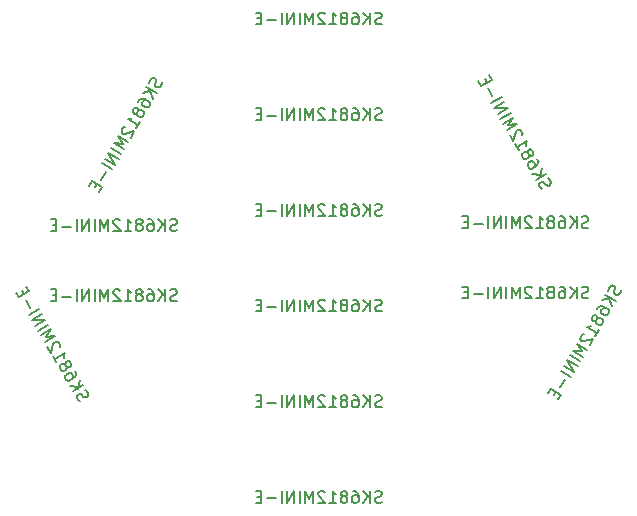
<source format=gbr>
%TF.GenerationSoftware,KiCad,Pcbnew,8.0.8*%
%TF.CreationDate,2025-04-07T13:28:21-04:00*%
%TF.ProjectId,pcb_tile_game_tile_aoa,7063625f-7469-46c6-955f-67616d655f74,1.0*%
%TF.SameCoordinates,Original*%
%TF.FileFunction,AssemblyDrawing,Bot*%
%FSLAX46Y46*%
G04 Gerber Fmt 4.6, Leading zero omitted, Abs format (unit mm)*
G04 Created by KiCad (PCBNEW 8.0.8) date 2025-04-07 13:28:21*
%MOMM*%
%LPD*%
G01*
G04 APERTURE LIST*
%ADD10C,0.150000*%
G04 APERTURE END LIST*
D10*
X145293332Y-96099104D02*
X145150475Y-96146723D01*
X145150475Y-96146723D02*
X144912380Y-96146723D01*
X144912380Y-96146723D02*
X144817142Y-96099104D01*
X144817142Y-96099104D02*
X144769523Y-96051484D01*
X144769523Y-96051484D02*
X144721904Y-95956246D01*
X144721904Y-95956246D02*
X144721904Y-95861008D01*
X144721904Y-95861008D02*
X144769523Y-95765770D01*
X144769523Y-95765770D02*
X144817142Y-95718151D01*
X144817142Y-95718151D02*
X144912380Y-95670532D01*
X144912380Y-95670532D02*
X145102856Y-95622913D01*
X145102856Y-95622913D02*
X145198094Y-95575294D01*
X145198094Y-95575294D02*
X145245713Y-95527675D01*
X145245713Y-95527675D02*
X145293332Y-95432437D01*
X145293332Y-95432437D02*
X145293332Y-95337199D01*
X145293332Y-95337199D02*
X145245713Y-95241961D01*
X145245713Y-95241961D02*
X145198094Y-95194342D01*
X145198094Y-95194342D02*
X145102856Y-95146723D01*
X145102856Y-95146723D02*
X144864761Y-95146723D01*
X144864761Y-95146723D02*
X144721904Y-95194342D01*
X144293332Y-96146723D02*
X144293332Y-95146723D01*
X143721904Y-96146723D02*
X144150475Y-95575294D01*
X143721904Y-95146723D02*
X144293332Y-95718151D01*
X142864761Y-95146723D02*
X143055237Y-95146723D01*
X143055237Y-95146723D02*
X143150475Y-95194342D01*
X143150475Y-95194342D02*
X143198094Y-95241961D01*
X143198094Y-95241961D02*
X143293332Y-95384818D01*
X143293332Y-95384818D02*
X143340951Y-95575294D01*
X143340951Y-95575294D02*
X143340951Y-95956246D01*
X143340951Y-95956246D02*
X143293332Y-96051484D01*
X143293332Y-96051484D02*
X143245713Y-96099104D01*
X143245713Y-96099104D02*
X143150475Y-96146723D01*
X143150475Y-96146723D02*
X142959999Y-96146723D01*
X142959999Y-96146723D02*
X142864761Y-96099104D01*
X142864761Y-96099104D02*
X142817142Y-96051484D01*
X142817142Y-96051484D02*
X142769523Y-95956246D01*
X142769523Y-95956246D02*
X142769523Y-95718151D01*
X142769523Y-95718151D02*
X142817142Y-95622913D01*
X142817142Y-95622913D02*
X142864761Y-95575294D01*
X142864761Y-95575294D02*
X142959999Y-95527675D01*
X142959999Y-95527675D02*
X143150475Y-95527675D01*
X143150475Y-95527675D02*
X143245713Y-95575294D01*
X143245713Y-95575294D02*
X143293332Y-95622913D01*
X143293332Y-95622913D02*
X143340951Y-95718151D01*
X142198094Y-95575294D02*
X142293332Y-95527675D01*
X142293332Y-95527675D02*
X142340951Y-95480056D01*
X142340951Y-95480056D02*
X142388570Y-95384818D01*
X142388570Y-95384818D02*
X142388570Y-95337199D01*
X142388570Y-95337199D02*
X142340951Y-95241961D01*
X142340951Y-95241961D02*
X142293332Y-95194342D01*
X142293332Y-95194342D02*
X142198094Y-95146723D01*
X142198094Y-95146723D02*
X142007618Y-95146723D01*
X142007618Y-95146723D02*
X141912380Y-95194342D01*
X141912380Y-95194342D02*
X141864761Y-95241961D01*
X141864761Y-95241961D02*
X141817142Y-95337199D01*
X141817142Y-95337199D02*
X141817142Y-95384818D01*
X141817142Y-95384818D02*
X141864761Y-95480056D01*
X141864761Y-95480056D02*
X141912380Y-95527675D01*
X141912380Y-95527675D02*
X142007618Y-95575294D01*
X142007618Y-95575294D02*
X142198094Y-95575294D01*
X142198094Y-95575294D02*
X142293332Y-95622913D01*
X142293332Y-95622913D02*
X142340951Y-95670532D01*
X142340951Y-95670532D02*
X142388570Y-95765770D01*
X142388570Y-95765770D02*
X142388570Y-95956246D01*
X142388570Y-95956246D02*
X142340951Y-96051484D01*
X142340951Y-96051484D02*
X142293332Y-96099104D01*
X142293332Y-96099104D02*
X142198094Y-96146723D01*
X142198094Y-96146723D02*
X142007618Y-96146723D01*
X142007618Y-96146723D02*
X141912380Y-96099104D01*
X141912380Y-96099104D02*
X141864761Y-96051484D01*
X141864761Y-96051484D02*
X141817142Y-95956246D01*
X141817142Y-95956246D02*
X141817142Y-95765770D01*
X141817142Y-95765770D02*
X141864761Y-95670532D01*
X141864761Y-95670532D02*
X141912380Y-95622913D01*
X141912380Y-95622913D02*
X142007618Y-95575294D01*
X140864761Y-96146723D02*
X141436189Y-96146723D01*
X141150475Y-96146723D02*
X141150475Y-95146723D01*
X141150475Y-95146723D02*
X141245713Y-95289580D01*
X141245713Y-95289580D02*
X141340951Y-95384818D01*
X141340951Y-95384818D02*
X141436189Y-95432437D01*
X140483808Y-95241961D02*
X140436189Y-95194342D01*
X140436189Y-95194342D02*
X140340951Y-95146723D01*
X140340951Y-95146723D02*
X140102856Y-95146723D01*
X140102856Y-95146723D02*
X140007618Y-95194342D01*
X140007618Y-95194342D02*
X139959999Y-95241961D01*
X139959999Y-95241961D02*
X139912380Y-95337199D01*
X139912380Y-95337199D02*
X139912380Y-95432437D01*
X139912380Y-95432437D02*
X139959999Y-95575294D01*
X139959999Y-95575294D02*
X140531427Y-96146723D01*
X140531427Y-96146723D02*
X139912380Y-96146723D01*
X139483808Y-96146723D02*
X139483808Y-95146723D01*
X139483808Y-95146723D02*
X139150475Y-95861008D01*
X139150475Y-95861008D02*
X138817142Y-95146723D01*
X138817142Y-95146723D02*
X138817142Y-96146723D01*
X138340951Y-96146723D02*
X138340951Y-95146723D01*
X137864761Y-96146723D02*
X137864761Y-95146723D01*
X137864761Y-95146723D02*
X137293333Y-96146723D01*
X137293333Y-96146723D02*
X137293333Y-95146723D01*
X136817142Y-96146723D02*
X136817142Y-95146723D01*
X136340952Y-95765770D02*
X135579048Y-95765770D01*
X135102857Y-95622913D02*
X134769524Y-95622913D01*
X134626667Y-96146723D02*
X135102857Y-96146723D01*
X135102857Y-96146723D02*
X135102857Y-95146723D01*
X135102857Y-95146723D02*
X134626667Y-95146723D01*
X127943332Y-87129104D02*
X127800475Y-87176723D01*
X127800475Y-87176723D02*
X127562380Y-87176723D01*
X127562380Y-87176723D02*
X127467142Y-87129104D01*
X127467142Y-87129104D02*
X127419523Y-87081484D01*
X127419523Y-87081484D02*
X127371904Y-86986246D01*
X127371904Y-86986246D02*
X127371904Y-86891008D01*
X127371904Y-86891008D02*
X127419523Y-86795770D01*
X127419523Y-86795770D02*
X127467142Y-86748151D01*
X127467142Y-86748151D02*
X127562380Y-86700532D01*
X127562380Y-86700532D02*
X127752856Y-86652913D01*
X127752856Y-86652913D02*
X127848094Y-86605294D01*
X127848094Y-86605294D02*
X127895713Y-86557675D01*
X127895713Y-86557675D02*
X127943332Y-86462437D01*
X127943332Y-86462437D02*
X127943332Y-86367199D01*
X127943332Y-86367199D02*
X127895713Y-86271961D01*
X127895713Y-86271961D02*
X127848094Y-86224342D01*
X127848094Y-86224342D02*
X127752856Y-86176723D01*
X127752856Y-86176723D02*
X127514761Y-86176723D01*
X127514761Y-86176723D02*
X127371904Y-86224342D01*
X126943332Y-87176723D02*
X126943332Y-86176723D01*
X126371904Y-87176723D02*
X126800475Y-86605294D01*
X126371904Y-86176723D02*
X126943332Y-86748151D01*
X125514761Y-86176723D02*
X125705237Y-86176723D01*
X125705237Y-86176723D02*
X125800475Y-86224342D01*
X125800475Y-86224342D02*
X125848094Y-86271961D01*
X125848094Y-86271961D02*
X125943332Y-86414818D01*
X125943332Y-86414818D02*
X125990951Y-86605294D01*
X125990951Y-86605294D02*
X125990951Y-86986246D01*
X125990951Y-86986246D02*
X125943332Y-87081484D01*
X125943332Y-87081484D02*
X125895713Y-87129104D01*
X125895713Y-87129104D02*
X125800475Y-87176723D01*
X125800475Y-87176723D02*
X125609999Y-87176723D01*
X125609999Y-87176723D02*
X125514761Y-87129104D01*
X125514761Y-87129104D02*
X125467142Y-87081484D01*
X125467142Y-87081484D02*
X125419523Y-86986246D01*
X125419523Y-86986246D02*
X125419523Y-86748151D01*
X125419523Y-86748151D02*
X125467142Y-86652913D01*
X125467142Y-86652913D02*
X125514761Y-86605294D01*
X125514761Y-86605294D02*
X125609999Y-86557675D01*
X125609999Y-86557675D02*
X125800475Y-86557675D01*
X125800475Y-86557675D02*
X125895713Y-86605294D01*
X125895713Y-86605294D02*
X125943332Y-86652913D01*
X125943332Y-86652913D02*
X125990951Y-86748151D01*
X124848094Y-86605294D02*
X124943332Y-86557675D01*
X124943332Y-86557675D02*
X124990951Y-86510056D01*
X124990951Y-86510056D02*
X125038570Y-86414818D01*
X125038570Y-86414818D02*
X125038570Y-86367199D01*
X125038570Y-86367199D02*
X124990951Y-86271961D01*
X124990951Y-86271961D02*
X124943332Y-86224342D01*
X124943332Y-86224342D02*
X124848094Y-86176723D01*
X124848094Y-86176723D02*
X124657618Y-86176723D01*
X124657618Y-86176723D02*
X124562380Y-86224342D01*
X124562380Y-86224342D02*
X124514761Y-86271961D01*
X124514761Y-86271961D02*
X124467142Y-86367199D01*
X124467142Y-86367199D02*
X124467142Y-86414818D01*
X124467142Y-86414818D02*
X124514761Y-86510056D01*
X124514761Y-86510056D02*
X124562380Y-86557675D01*
X124562380Y-86557675D02*
X124657618Y-86605294D01*
X124657618Y-86605294D02*
X124848094Y-86605294D01*
X124848094Y-86605294D02*
X124943332Y-86652913D01*
X124943332Y-86652913D02*
X124990951Y-86700532D01*
X124990951Y-86700532D02*
X125038570Y-86795770D01*
X125038570Y-86795770D02*
X125038570Y-86986246D01*
X125038570Y-86986246D02*
X124990951Y-87081484D01*
X124990951Y-87081484D02*
X124943332Y-87129104D01*
X124943332Y-87129104D02*
X124848094Y-87176723D01*
X124848094Y-87176723D02*
X124657618Y-87176723D01*
X124657618Y-87176723D02*
X124562380Y-87129104D01*
X124562380Y-87129104D02*
X124514761Y-87081484D01*
X124514761Y-87081484D02*
X124467142Y-86986246D01*
X124467142Y-86986246D02*
X124467142Y-86795770D01*
X124467142Y-86795770D02*
X124514761Y-86700532D01*
X124514761Y-86700532D02*
X124562380Y-86652913D01*
X124562380Y-86652913D02*
X124657618Y-86605294D01*
X123514761Y-87176723D02*
X124086189Y-87176723D01*
X123800475Y-87176723D02*
X123800475Y-86176723D01*
X123800475Y-86176723D02*
X123895713Y-86319580D01*
X123895713Y-86319580D02*
X123990951Y-86414818D01*
X123990951Y-86414818D02*
X124086189Y-86462437D01*
X123133808Y-86271961D02*
X123086189Y-86224342D01*
X123086189Y-86224342D02*
X122990951Y-86176723D01*
X122990951Y-86176723D02*
X122752856Y-86176723D01*
X122752856Y-86176723D02*
X122657618Y-86224342D01*
X122657618Y-86224342D02*
X122609999Y-86271961D01*
X122609999Y-86271961D02*
X122562380Y-86367199D01*
X122562380Y-86367199D02*
X122562380Y-86462437D01*
X122562380Y-86462437D02*
X122609999Y-86605294D01*
X122609999Y-86605294D02*
X123181427Y-87176723D01*
X123181427Y-87176723D02*
X122562380Y-87176723D01*
X122133808Y-87176723D02*
X122133808Y-86176723D01*
X122133808Y-86176723D02*
X121800475Y-86891008D01*
X121800475Y-86891008D02*
X121467142Y-86176723D01*
X121467142Y-86176723D02*
X121467142Y-87176723D01*
X120990951Y-87176723D02*
X120990951Y-86176723D01*
X120514761Y-87176723D02*
X120514761Y-86176723D01*
X120514761Y-86176723D02*
X119943333Y-87176723D01*
X119943333Y-87176723D02*
X119943333Y-86176723D01*
X119467142Y-87176723D02*
X119467142Y-86176723D01*
X118990952Y-86795770D02*
X118229048Y-86795770D01*
X117752857Y-86652913D02*
X117419524Y-86652913D01*
X117276667Y-87176723D02*
X117752857Y-87176723D01*
X117752857Y-87176723D02*
X117752857Y-86176723D01*
X117752857Y-86176723D02*
X117276667Y-86176723D01*
X158857123Y-77716686D02*
X158744455Y-77616778D01*
X158744455Y-77616778D02*
X158625408Y-77410581D01*
X158625408Y-77410581D02*
X158619028Y-77304293D01*
X158619028Y-77304293D02*
X158636458Y-77239244D01*
X158636458Y-77239244D02*
X158695127Y-77150386D01*
X158695127Y-77150386D02*
X158777606Y-77102767D01*
X158777606Y-77102767D02*
X158883894Y-77096387D01*
X158883894Y-77096387D02*
X158948943Y-77113817D01*
X158948943Y-77113817D02*
X159037801Y-77172486D01*
X159037801Y-77172486D02*
X159174278Y-77313634D01*
X159174278Y-77313634D02*
X159263137Y-77372303D01*
X159263137Y-77372303D02*
X159328185Y-77389733D01*
X159328185Y-77389733D02*
X159434474Y-77383353D01*
X159434474Y-77383353D02*
X159516952Y-77335734D01*
X159516952Y-77335734D02*
X159575621Y-77246875D01*
X159575621Y-77246875D02*
X159593051Y-77181827D01*
X159593051Y-77181827D02*
X159586671Y-77075539D01*
X159586671Y-77075539D02*
X159467624Y-76869342D01*
X159467624Y-76869342D02*
X159354956Y-76769434D01*
X158315884Y-76874470D02*
X159181909Y-76374470D01*
X158030170Y-76379599D02*
X158739327Y-76465038D01*
X158896195Y-75879599D02*
X158687038Y-76660185D01*
X158467624Y-75137291D02*
X158562862Y-75302248D01*
X158562862Y-75302248D02*
X158569242Y-75408536D01*
X158569242Y-75408536D02*
X158551812Y-75473585D01*
X158551812Y-75473585D02*
X158475713Y-75627492D01*
X158475713Y-75627492D02*
X158334565Y-75763970D01*
X158334565Y-75763970D02*
X158004651Y-75954446D01*
X158004651Y-75954446D02*
X157898363Y-75960826D01*
X157898363Y-75960826D02*
X157833314Y-75943396D01*
X157833314Y-75943396D02*
X157744455Y-75884727D01*
X157744455Y-75884727D02*
X157649217Y-75719770D01*
X157649217Y-75719770D02*
X157642838Y-75613482D01*
X157642838Y-75613482D02*
X157660267Y-75548433D01*
X157660267Y-75548433D02*
X157718936Y-75459574D01*
X157718936Y-75459574D02*
X157925133Y-75340527D01*
X157925133Y-75340527D02*
X158031421Y-75334147D01*
X158031421Y-75334147D02*
X158096470Y-75351577D01*
X158096470Y-75351577D02*
X158185328Y-75410246D01*
X158185328Y-75410246D02*
X158280566Y-75575203D01*
X158280566Y-75575203D02*
X158286946Y-75681491D01*
X158286946Y-75681491D02*
X158269516Y-75746540D01*
X158269516Y-75746540D02*
X158210847Y-75835398D01*
X157763137Y-74774227D02*
X157851995Y-74832896D01*
X157851995Y-74832896D02*
X157917044Y-74850325D01*
X157917044Y-74850325D02*
X158023332Y-74843946D01*
X158023332Y-74843946D02*
X158064571Y-74820136D01*
X158064571Y-74820136D02*
X158123240Y-74731278D01*
X158123240Y-74731278D02*
X158140670Y-74666229D01*
X158140670Y-74666229D02*
X158134290Y-74559941D01*
X158134290Y-74559941D02*
X158039052Y-74394984D01*
X158039052Y-74394984D02*
X157950194Y-74336315D01*
X157950194Y-74336315D02*
X157885145Y-74318885D01*
X157885145Y-74318885D02*
X157778857Y-74325264D01*
X157778857Y-74325264D02*
X157737618Y-74349074D01*
X157737618Y-74349074D02*
X157678949Y-74437932D01*
X157678949Y-74437932D02*
X157661519Y-74502981D01*
X157661519Y-74502981D02*
X157667899Y-74609269D01*
X157667899Y-74609269D02*
X157763137Y-74774227D01*
X157763137Y-74774227D02*
X157769516Y-74880515D01*
X157769516Y-74880515D02*
X157752087Y-74945563D01*
X157752087Y-74945563D02*
X157693417Y-75034422D01*
X157693417Y-75034422D02*
X157528460Y-75129660D01*
X157528460Y-75129660D02*
X157422172Y-75136040D01*
X157422172Y-75136040D02*
X157357123Y-75118610D01*
X157357123Y-75118610D02*
X157268265Y-75059941D01*
X157268265Y-75059941D02*
X157173027Y-74894984D01*
X157173027Y-74894984D02*
X157166647Y-74788695D01*
X157166647Y-74788695D02*
X157184077Y-74723647D01*
X157184077Y-74723647D02*
X157242746Y-74634788D01*
X157242746Y-74634788D02*
X157407703Y-74539550D01*
X157407703Y-74539550D02*
X157513991Y-74533170D01*
X157513991Y-74533170D02*
X157579040Y-74550600D01*
X157579040Y-74550600D02*
X157667899Y-74609269D01*
X156601598Y-73905240D02*
X156887313Y-74400112D01*
X156744455Y-74152676D02*
X157610481Y-73652676D01*
X157610481Y-73652676D02*
X157534382Y-73806583D01*
X157534382Y-73806583D02*
X157499522Y-73936681D01*
X157499522Y-73936681D02*
X157505902Y-74042969D01*
X157194669Y-73122945D02*
X157212099Y-73057896D01*
X157212099Y-73057896D02*
X157205719Y-72951608D01*
X157205719Y-72951608D02*
X157086671Y-72745411D01*
X157086671Y-72745411D02*
X156997813Y-72686742D01*
X156997813Y-72686742D02*
X156932764Y-72669312D01*
X156932764Y-72669312D02*
X156826476Y-72675692D01*
X156826476Y-72675692D02*
X156743997Y-72723311D01*
X156743997Y-72723311D02*
X156644089Y-72835979D01*
X156644089Y-72835979D02*
X156434932Y-73616565D01*
X156434932Y-73616565D02*
X156125408Y-73080454D01*
X155911122Y-72709300D02*
X156777147Y-72209300D01*
X156777147Y-72209300D02*
X155991891Y-72277768D01*
X155991891Y-72277768D02*
X156443814Y-71631950D01*
X156443814Y-71631950D02*
X155577789Y-72131950D01*
X155339694Y-71719557D02*
X156205719Y-71219557D01*
X155101599Y-71307164D02*
X155967624Y-70807164D01*
X155967624Y-70807164D02*
X154815884Y-70812293D01*
X154815884Y-70812293D02*
X155681910Y-70312293D01*
X154577789Y-70399900D02*
X155443814Y-69899900D01*
X154669608Y-69797031D02*
X154288656Y-69137202D01*
X154174279Y-68653381D02*
X154007612Y-68364706D01*
X153482551Y-68502892D02*
X153720647Y-68915285D01*
X153720647Y-68915285D02*
X154586672Y-68415285D01*
X154586672Y-68415285D02*
X154348577Y-68002892D01*
X145293332Y-71799104D02*
X145150475Y-71846723D01*
X145150475Y-71846723D02*
X144912380Y-71846723D01*
X144912380Y-71846723D02*
X144817142Y-71799104D01*
X144817142Y-71799104D02*
X144769523Y-71751484D01*
X144769523Y-71751484D02*
X144721904Y-71656246D01*
X144721904Y-71656246D02*
X144721904Y-71561008D01*
X144721904Y-71561008D02*
X144769523Y-71465770D01*
X144769523Y-71465770D02*
X144817142Y-71418151D01*
X144817142Y-71418151D02*
X144912380Y-71370532D01*
X144912380Y-71370532D02*
X145102856Y-71322913D01*
X145102856Y-71322913D02*
X145198094Y-71275294D01*
X145198094Y-71275294D02*
X145245713Y-71227675D01*
X145245713Y-71227675D02*
X145293332Y-71132437D01*
X145293332Y-71132437D02*
X145293332Y-71037199D01*
X145293332Y-71037199D02*
X145245713Y-70941961D01*
X145245713Y-70941961D02*
X145198094Y-70894342D01*
X145198094Y-70894342D02*
X145102856Y-70846723D01*
X145102856Y-70846723D02*
X144864761Y-70846723D01*
X144864761Y-70846723D02*
X144721904Y-70894342D01*
X144293332Y-71846723D02*
X144293332Y-70846723D01*
X143721904Y-71846723D02*
X144150475Y-71275294D01*
X143721904Y-70846723D02*
X144293332Y-71418151D01*
X142864761Y-70846723D02*
X143055237Y-70846723D01*
X143055237Y-70846723D02*
X143150475Y-70894342D01*
X143150475Y-70894342D02*
X143198094Y-70941961D01*
X143198094Y-70941961D02*
X143293332Y-71084818D01*
X143293332Y-71084818D02*
X143340951Y-71275294D01*
X143340951Y-71275294D02*
X143340951Y-71656246D01*
X143340951Y-71656246D02*
X143293332Y-71751484D01*
X143293332Y-71751484D02*
X143245713Y-71799104D01*
X143245713Y-71799104D02*
X143150475Y-71846723D01*
X143150475Y-71846723D02*
X142959999Y-71846723D01*
X142959999Y-71846723D02*
X142864761Y-71799104D01*
X142864761Y-71799104D02*
X142817142Y-71751484D01*
X142817142Y-71751484D02*
X142769523Y-71656246D01*
X142769523Y-71656246D02*
X142769523Y-71418151D01*
X142769523Y-71418151D02*
X142817142Y-71322913D01*
X142817142Y-71322913D02*
X142864761Y-71275294D01*
X142864761Y-71275294D02*
X142959999Y-71227675D01*
X142959999Y-71227675D02*
X143150475Y-71227675D01*
X143150475Y-71227675D02*
X143245713Y-71275294D01*
X143245713Y-71275294D02*
X143293332Y-71322913D01*
X143293332Y-71322913D02*
X143340951Y-71418151D01*
X142198094Y-71275294D02*
X142293332Y-71227675D01*
X142293332Y-71227675D02*
X142340951Y-71180056D01*
X142340951Y-71180056D02*
X142388570Y-71084818D01*
X142388570Y-71084818D02*
X142388570Y-71037199D01*
X142388570Y-71037199D02*
X142340951Y-70941961D01*
X142340951Y-70941961D02*
X142293332Y-70894342D01*
X142293332Y-70894342D02*
X142198094Y-70846723D01*
X142198094Y-70846723D02*
X142007618Y-70846723D01*
X142007618Y-70846723D02*
X141912380Y-70894342D01*
X141912380Y-70894342D02*
X141864761Y-70941961D01*
X141864761Y-70941961D02*
X141817142Y-71037199D01*
X141817142Y-71037199D02*
X141817142Y-71084818D01*
X141817142Y-71084818D02*
X141864761Y-71180056D01*
X141864761Y-71180056D02*
X141912380Y-71227675D01*
X141912380Y-71227675D02*
X142007618Y-71275294D01*
X142007618Y-71275294D02*
X142198094Y-71275294D01*
X142198094Y-71275294D02*
X142293332Y-71322913D01*
X142293332Y-71322913D02*
X142340951Y-71370532D01*
X142340951Y-71370532D02*
X142388570Y-71465770D01*
X142388570Y-71465770D02*
X142388570Y-71656246D01*
X142388570Y-71656246D02*
X142340951Y-71751484D01*
X142340951Y-71751484D02*
X142293332Y-71799104D01*
X142293332Y-71799104D02*
X142198094Y-71846723D01*
X142198094Y-71846723D02*
X142007618Y-71846723D01*
X142007618Y-71846723D02*
X141912380Y-71799104D01*
X141912380Y-71799104D02*
X141864761Y-71751484D01*
X141864761Y-71751484D02*
X141817142Y-71656246D01*
X141817142Y-71656246D02*
X141817142Y-71465770D01*
X141817142Y-71465770D02*
X141864761Y-71370532D01*
X141864761Y-71370532D02*
X141912380Y-71322913D01*
X141912380Y-71322913D02*
X142007618Y-71275294D01*
X140864761Y-71846723D02*
X141436189Y-71846723D01*
X141150475Y-71846723D02*
X141150475Y-70846723D01*
X141150475Y-70846723D02*
X141245713Y-70989580D01*
X141245713Y-70989580D02*
X141340951Y-71084818D01*
X141340951Y-71084818D02*
X141436189Y-71132437D01*
X140483808Y-70941961D02*
X140436189Y-70894342D01*
X140436189Y-70894342D02*
X140340951Y-70846723D01*
X140340951Y-70846723D02*
X140102856Y-70846723D01*
X140102856Y-70846723D02*
X140007618Y-70894342D01*
X140007618Y-70894342D02*
X139959999Y-70941961D01*
X139959999Y-70941961D02*
X139912380Y-71037199D01*
X139912380Y-71037199D02*
X139912380Y-71132437D01*
X139912380Y-71132437D02*
X139959999Y-71275294D01*
X139959999Y-71275294D02*
X140531427Y-71846723D01*
X140531427Y-71846723D02*
X139912380Y-71846723D01*
X139483808Y-71846723D02*
X139483808Y-70846723D01*
X139483808Y-70846723D02*
X139150475Y-71561008D01*
X139150475Y-71561008D02*
X138817142Y-70846723D01*
X138817142Y-70846723D02*
X138817142Y-71846723D01*
X138340951Y-71846723D02*
X138340951Y-70846723D01*
X137864761Y-71846723D02*
X137864761Y-70846723D01*
X137864761Y-70846723D02*
X137293333Y-71846723D01*
X137293333Y-71846723D02*
X137293333Y-70846723D01*
X136817142Y-71846723D02*
X136817142Y-70846723D01*
X136340952Y-71465770D02*
X135579048Y-71465770D01*
X135102857Y-71322913D02*
X134769524Y-71322913D01*
X134626667Y-71846723D02*
X135102857Y-71846723D01*
X135102857Y-71846723D02*
X135102857Y-70846723D01*
X135102857Y-70846723D02*
X134626667Y-70846723D01*
X145293332Y-104199104D02*
X145150475Y-104246723D01*
X145150475Y-104246723D02*
X144912380Y-104246723D01*
X144912380Y-104246723D02*
X144817142Y-104199104D01*
X144817142Y-104199104D02*
X144769523Y-104151484D01*
X144769523Y-104151484D02*
X144721904Y-104056246D01*
X144721904Y-104056246D02*
X144721904Y-103961008D01*
X144721904Y-103961008D02*
X144769523Y-103865770D01*
X144769523Y-103865770D02*
X144817142Y-103818151D01*
X144817142Y-103818151D02*
X144912380Y-103770532D01*
X144912380Y-103770532D02*
X145102856Y-103722913D01*
X145102856Y-103722913D02*
X145198094Y-103675294D01*
X145198094Y-103675294D02*
X145245713Y-103627675D01*
X145245713Y-103627675D02*
X145293332Y-103532437D01*
X145293332Y-103532437D02*
X145293332Y-103437199D01*
X145293332Y-103437199D02*
X145245713Y-103341961D01*
X145245713Y-103341961D02*
X145198094Y-103294342D01*
X145198094Y-103294342D02*
X145102856Y-103246723D01*
X145102856Y-103246723D02*
X144864761Y-103246723D01*
X144864761Y-103246723D02*
X144721904Y-103294342D01*
X144293332Y-104246723D02*
X144293332Y-103246723D01*
X143721904Y-104246723D02*
X144150475Y-103675294D01*
X143721904Y-103246723D02*
X144293332Y-103818151D01*
X142864761Y-103246723D02*
X143055237Y-103246723D01*
X143055237Y-103246723D02*
X143150475Y-103294342D01*
X143150475Y-103294342D02*
X143198094Y-103341961D01*
X143198094Y-103341961D02*
X143293332Y-103484818D01*
X143293332Y-103484818D02*
X143340951Y-103675294D01*
X143340951Y-103675294D02*
X143340951Y-104056246D01*
X143340951Y-104056246D02*
X143293332Y-104151484D01*
X143293332Y-104151484D02*
X143245713Y-104199104D01*
X143245713Y-104199104D02*
X143150475Y-104246723D01*
X143150475Y-104246723D02*
X142959999Y-104246723D01*
X142959999Y-104246723D02*
X142864761Y-104199104D01*
X142864761Y-104199104D02*
X142817142Y-104151484D01*
X142817142Y-104151484D02*
X142769523Y-104056246D01*
X142769523Y-104056246D02*
X142769523Y-103818151D01*
X142769523Y-103818151D02*
X142817142Y-103722913D01*
X142817142Y-103722913D02*
X142864761Y-103675294D01*
X142864761Y-103675294D02*
X142959999Y-103627675D01*
X142959999Y-103627675D02*
X143150475Y-103627675D01*
X143150475Y-103627675D02*
X143245713Y-103675294D01*
X143245713Y-103675294D02*
X143293332Y-103722913D01*
X143293332Y-103722913D02*
X143340951Y-103818151D01*
X142198094Y-103675294D02*
X142293332Y-103627675D01*
X142293332Y-103627675D02*
X142340951Y-103580056D01*
X142340951Y-103580056D02*
X142388570Y-103484818D01*
X142388570Y-103484818D02*
X142388570Y-103437199D01*
X142388570Y-103437199D02*
X142340951Y-103341961D01*
X142340951Y-103341961D02*
X142293332Y-103294342D01*
X142293332Y-103294342D02*
X142198094Y-103246723D01*
X142198094Y-103246723D02*
X142007618Y-103246723D01*
X142007618Y-103246723D02*
X141912380Y-103294342D01*
X141912380Y-103294342D02*
X141864761Y-103341961D01*
X141864761Y-103341961D02*
X141817142Y-103437199D01*
X141817142Y-103437199D02*
X141817142Y-103484818D01*
X141817142Y-103484818D02*
X141864761Y-103580056D01*
X141864761Y-103580056D02*
X141912380Y-103627675D01*
X141912380Y-103627675D02*
X142007618Y-103675294D01*
X142007618Y-103675294D02*
X142198094Y-103675294D01*
X142198094Y-103675294D02*
X142293332Y-103722913D01*
X142293332Y-103722913D02*
X142340951Y-103770532D01*
X142340951Y-103770532D02*
X142388570Y-103865770D01*
X142388570Y-103865770D02*
X142388570Y-104056246D01*
X142388570Y-104056246D02*
X142340951Y-104151484D01*
X142340951Y-104151484D02*
X142293332Y-104199104D01*
X142293332Y-104199104D02*
X142198094Y-104246723D01*
X142198094Y-104246723D02*
X142007618Y-104246723D01*
X142007618Y-104246723D02*
X141912380Y-104199104D01*
X141912380Y-104199104D02*
X141864761Y-104151484D01*
X141864761Y-104151484D02*
X141817142Y-104056246D01*
X141817142Y-104056246D02*
X141817142Y-103865770D01*
X141817142Y-103865770D02*
X141864761Y-103770532D01*
X141864761Y-103770532D02*
X141912380Y-103722913D01*
X141912380Y-103722913D02*
X142007618Y-103675294D01*
X140864761Y-104246723D02*
X141436189Y-104246723D01*
X141150475Y-104246723D02*
X141150475Y-103246723D01*
X141150475Y-103246723D02*
X141245713Y-103389580D01*
X141245713Y-103389580D02*
X141340951Y-103484818D01*
X141340951Y-103484818D02*
X141436189Y-103532437D01*
X140483808Y-103341961D02*
X140436189Y-103294342D01*
X140436189Y-103294342D02*
X140340951Y-103246723D01*
X140340951Y-103246723D02*
X140102856Y-103246723D01*
X140102856Y-103246723D02*
X140007618Y-103294342D01*
X140007618Y-103294342D02*
X139959999Y-103341961D01*
X139959999Y-103341961D02*
X139912380Y-103437199D01*
X139912380Y-103437199D02*
X139912380Y-103532437D01*
X139912380Y-103532437D02*
X139959999Y-103675294D01*
X139959999Y-103675294D02*
X140531427Y-104246723D01*
X140531427Y-104246723D02*
X139912380Y-104246723D01*
X139483808Y-104246723D02*
X139483808Y-103246723D01*
X139483808Y-103246723D02*
X139150475Y-103961008D01*
X139150475Y-103961008D02*
X138817142Y-103246723D01*
X138817142Y-103246723D02*
X138817142Y-104246723D01*
X138340951Y-104246723D02*
X138340951Y-103246723D01*
X137864761Y-104246723D02*
X137864761Y-103246723D01*
X137864761Y-103246723D02*
X137293333Y-104246723D01*
X137293333Y-104246723D02*
X137293333Y-103246723D01*
X136817142Y-104246723D02*
X136817142Y-103246723D01*
X136340952Y-103865770D02*
X135579048Y-103865770D01*
X135102857Y-103722913D02*
X134769524Y-103722913D01*
X134626667Y-104246723D02*
X135102857Y-104246723D01*
X135102857Y-104246723D02*
X135102857Y-103246723D01*
X135102857Y-103246723D02*
X134626667Y-103246723D01*
X145293332Y-87999104D02*
X145150475Y-88046723D01*
X145150475Y-88046723D02*
X144912380Y-88046723D01*
X144912380Y-88046723D02*
X144817142Y-87999104D01*
X144817142Y-87999104D02*
X144769523Y-87951484D01*
X144769523Y-87951484D02*
X144721904Y-87856246D01*
X144721904Y-87856246D02*
X144721904Y-87761008D01*
X144721904Y-87761008D02*
X144769523Y-87665770D01*
X144769523Y-87665770D02*
X144817142Y-87618151D01*
X144817142Y-87618151D02*
X144912380Y-87570532D01*
X144912380Y-87570532D02*
X145102856Y-87522913D01*
X145102856Y-87522913D02*
X145198094Y-87475294D01*
X145198094Y-87475294D02*
X145245713Y-87427675D01*
X145245713Y-87427675D02*
X145293332Y-87332437D01*
X145293332Y-87332437D02*
X145293332Y-87237199D01*
X145293332Y-87237199D02*
X145245713Y-87141961D01*
X145245713Y-87141961D02*
X145198094Y-87094342D01*
X145198094Y-87094342D02*
X145102856Y-87046723D01*
X145102856Y-87046723D02*
X144864761Y-87046723D01*
X144864761Y-87046723D02*
X144721904Y-87094342D01*
X144293332Y-88046723D02*
X144293332Y-87046723D01*
X143721904Y-88046723D02*
X144150475Y-87475294D01*
X143721904Y-87046723D02*
X144293332Y-87618151D01*
X142864761Y-87046723D02*
X143055237Y-87046723D01*
X143055237Y-87046723D02*
X143150475Y-87094342D01*
X143150475Y-87094342D02*
X143198094Y-87141961D01*
X143198094Y-87141961D02*
X143293332Y-87284818D01*
X143293332Y-87284818D02*
X143340951Y-87475294D01*
X143340951Y-87475294D02*
X143340951Y-87856246D01*
X143340951Y-87856246D02*
X143293332Y-87951484D01*
X143293332Y-87951484D02*
X143245713Y-87999104D01*
X143245713Y-87999104D02*
X143150475Y-88046723D01*
X143150475Y-88046723D02*
X142959999Y-88046723D01*
X142959999Y-88046723D02*
X142864761Y-87999104D01*
X142864761Y-87999104D02*
X142817142Y-87951484D01*
X142817142Y-87951484D02*
X142769523Y-87856246D01*
X142769523Y-87856246D02*
X142769523Y-87618151D01*
X142769523Y-87618151D02*
X142817142Y-87522913D01*
X142817142Y-87522913D02*
X142864761Y-87475294D01*
X142864761Y-87475294D02*
X142959999Y-87427675D01*
X142959999Y-87427675D02*
X143150475Y-87427675D01*
X143150475Y-87427675D02*
X143245713Y-87475294D01*
X143245713Y-87475294D02*
X143293332Y-87522913D01*
X143293332Y-87522913D02*
X143340951Y-87618151D01*
X142198094Y-87475294D02*
X142293332Y-87427675D01*
X142293332Y-87427675D02*
X142340951Y-87380056D01*
X142340951Y-87380056D02*
X142388570Y-87284818D01*
X142388570Y-87284818D02*
X142388570Y-87237199D01*
X142388570Y-87237199D02*
X142340951Y-87141961D01*
X142340951Y-87141961D02*
X142293332Y-87094342D01*
X142293332Y-87094342D02*
X142198094Y-87046723D01*
X142198094Y-87046723D02*
X142007618Y-87046723D01*
X142007618Y-87046723D02*
X141912380Y-87094342D01*
X141912380Y-87094342D02*
X141864761Y-87141961D01*
X141864761Y-87141961D02*
X141817142Y-87237199D01*
X141817142Y-87237199D02*
X141817142Y-87284818D01*
X141817142Y-87284818D02*
X141864761Y-87380056D01*
X141864761Y-87380056D02*
X141912380Y-87427675D01*
X141912380Y-87427675D02*
X142007618Y-87475294D01*
X142007618Y-87475294D02*
X142198094Y-87475294D01*
X142198094Y-87475294D02*
X142293332Y-87522913D01*
X142293332Y-87522913D02*
X142340951Y-87570532D01*
X142340951Y-87570532D02*
X142388570Y-87665770D01*
X142388570Y-87665770D02*
X142388570Y-87856246D01*
X142388570Y-87856246D02*
X142340951Y-87951484D01*
X142340951Y-87951484D02*
X142293332Y-87999104D01*
X142293332Y-87999104D02*
X142198094Y-88046723D01*
X142198094Y-88046723D02*
X142007618Y-88046723D01*
X142007618Y-88046723D02*
X141912380Y-87999104D01*
X141912380Y-87999104D02*
X141864761Y-87951484D01*
X141864761Y-87951484D02*
X141817142Y-87856246D01*
X141817142Y-87856246D02*
X141817142Y-87665770D01*
X141817142Y-87665770D02*
X141864761Y-87570532D01*
X141864761Y-87570532D02*
X141912380Y-87522913D01*
X141912380Y-87522913D02*
X142007618Y-87475294D01*
X140864761Y-88046723D02*
X141436189Y-88046723D01*
X141150475Y-88046723D02*
X141150475Y-87046723D01*
X141150475Y-87046723D02*
X141245713Y-87189580D01*
X141245713Y-87189580D02*
X141340951Y-87284818D01*
X141340951Y-87284818D02*
X141436189Y-87332437D01*
X140483808Y-87141961D02*
X140436189Y-87094342D01*
X140436189Y-87094342D02*
X140340951Y-87046723D01*
X140340951Y-87046723D02*
X140102856Y-87046723D01*
X140102856Y-87046723D02*
X140007618Y-87094342D01*
X140007618Y-87094342D02*
X139959999Y-87141961D01*
X139959999Y-87141961D02*
X139912380Y-87237199D01*
X139912380Y-87237199D02*
X139912380Y-87332437D01*
X139912380Y-87332437D02*
X139959999Y-87475294D01*
X139959999Y-87475294D02*
X140531427Y-88046723D01*
X140531427Y-88046723D02*
X139912380Y-88046723D01*
X139483808Y-88046723D02*
X139483808Y-87046723D01*
X139483808Y-87046723D02*
X139150475Y-87761008D01*
X139150475Y-87761008D02*
X138817142Y-87046723D01*
X138817142Y-87046723D02*
X138817142Y-88046723D01*
X138340951Y-88046723D02*
X138340951Y-87046723D01*
X137864761Y-88046723D02*
X137864761Y-87046723D01*
X137864761Y-87046723D02*
X137293333Y-88046723D01*
X137293333Y-88046723D02*
X137293333Y-87046723D01*
X136817142Y-88046723D02*
X136817142Y-87046723D01*
X136340952Y-87665770D02*
X135579048Y-87665770D01*
X135102857Y-87522913D02*
X134769524Y-87522913D01*
X134626667Y-88046723D02*
X135102857Y-88046723D01*
X135102857Y-88046723D02*
X135102857Y-87046723D01*
X135102857Y-87046723D02*
X134626667Y-87046723D01*
X165547170Y-86229084D02*
X165516981Y-86376611D01*
X165516981Y-86376611D02*
X165397934Y-86582808D01*
X165397934Y-86582808D02*
X165309075Y-86641477D01*
X165309075Y-86641477D02*
X165244026Y-86658907D01*
X165244026Y-86658907D02*
X165137738Y-86652527D01*
X165137738Y-86652527D02*
X165055260Y-86604908D01*
X165055260Y-86604908D02*
X164996591Y-86516049D01*
X164996591Y-86516049D02*
X164979161Y-86451001D01*
X164979161Y-86451001D02*
X164985541Y-86344713D01*
X164985541Y-86344713D02*
X165039539Y-86155946D01*
X165039539Y-86155946D02*
X165045919Y-86049658D01*
X165045919Y-86049658D02*
X165028489Y-85984609D01*
X165028489Y-85984609D02*
X164969820Y-85895750D01*
X164969820Y-85895750D02*
X164887342Y-85848131D01*
X164887342Y-85848131D02*
X164781053Y-85841752D01*
X164781053Y-85841752D02*
X164716005Y-85859181D01*
X164716005Y-85859181D02*
X164627146Y-85917851D01*
X164627146Y-85917851D02*
X164508099Y-86124047D01*
X164508099Y-86124047D02*
X164477909Y-86271575D01*
X165088410Y-87118919D02*
X164222384Y-86618919D01*
X164802695Y-87613790D02*
X164522109Y-86956922D01*
X163936670Y-87113790D02*
X164717256Y-86904633D01*
X163508099Y-87856098D02*
X163603337Y-87691141D01*
X163603337Y-87691141D02*
X163692195Y-87632472D01*
X163692195Y-87632472D02*
X163757244Y-87615042D01*
X163757244Y-87615042D02*
X163928581Y-87603992D01*
X163928581Y-87603992D02*
X164117348Y-87657991D01*
X164117348Y-87657991D02*
X164447262Y-87848467D01*
X164447262Y-87848467D02*
X164505931Y-87937325D01*
X164505931Y-87937325D02*
X164523361Y-88002374D01*
X164523361Y-88002374D02*
X164516981Y-88108662D01*
X164516981Y-88108662D02*
X164421743Y-88273619D01*
X164421743Y-88273619D02*
X164332885Y-88332288D01*
X164332885Y-88332288D02*
X164267836Y-88349718D01*
X164267836Y-88349718D02*
X164161548Y-88343338D01*
X164161548Y-88343338D02*
X163955351Y-88224291D01*
X163955351Y-88224291D02*
X163896682Y-88135432D01*
X163896682Y-88135432D02*
X163879252Y-88070384D01*
X163879252Y-88070384D02*
X163885632Y-87964095D01*
X163885632Y-87964095D02*
X163980870Y-87799138D01*
X163980870Y-87799138D02*
X164069729Y-87740469D01*
X164069729Y-87740469D02*
X164134777Y-87723039D01*
X164134777Y-87723039D02*
X164241066Y-87729419D01*
X163545919Y-88647734D02*
X163552299Y-88541446D01*
X163552299Y-88541446D02*
X163534869Y-88476397D01*
X163534869Y-88476397D02*
X163476200Y-88387539D01*
X163476200Y-88387539D02*
X163434961Y-88363729D01*
X163434961Y-88363729D02*
X163328672Y-88357349D01*
X163328672Y-88357349D02*
X163263624Y-88374779D01*
X163263624Y-88374779D02*
X163174765Y-88433448D01*
X163174765Y-88433448D02*
X163079527Y-88598405D01*
X163079527Y-88598405D02*
X163073147Y-88704694D01*
X163073147Y-88704694D02*
X163090577Y-88769742D01*
X163090577Y-88769742D02*
X163149246Y-88858601D01*
X163149246Y-88858601D02*
X163190486Y-88882410D01*
X163190486Y-88882410D02*
X163296774Y-88888790D01*
X163296774Y-88888790D02*
X163361823Y-88871360D01*
X163361823Y-88871360D02*
X163450681Y-88812691D01*
X163450681Y-88812691D02*
X163545919Y-88647734D01*
X163545919Y-88647734D02*
X163634777Y-88589065D01*
X163634777Y-88589065D02*
X163699826Y-88571635D01*
X163699826Y-88571635D02*
X163806114Y-88578015D01*
X163806114Y-88578015D02*
X163971072Y-88673253D01*
X163971072Y-88673253D02*
X164029741Y-88762111D01*
X164029741Y-88762111D02*
X164047170Y-88827160D01*
X164047170Y-88827160D02*
X164040791Y-88933448D01*
X164040791Y-88933448D02*
X163945553Y-89098405D01*
X163945553Y-89098405D02*
X163856694Y-89157075D01*
X163856694Y-89157075D02*
X163791645Y-89174504D01*
X163791645Y-89174504D02*
X163685357Y-89168125D01*
X163685357Y-89168125D02*
X163520400Y-89072886D01*
X163520400Y-89072886D02*
X163461731Y-88984028D01*
X163461731Y-88984028D02*
X163444301Y-88918979D01*
X163444301Y-88918979D02*
X163450681Y-88812691D01*
X163374124Y-90088149D02*
X163659838Y-89593277D01*
X163516981Y-89840713D02*
X162650956Y-89340713D01*
X162650956Y-89340713D02*
X162822293Y-89329663D01*
X162822293Y-89329663D02*
X162952390Y-89294803D01*
X162952390Y-89294803D02*
X163041249Y-89236134D01*
X162400101Y-89965682D02*
X162335052Y-89983112D01*
X162335052Y-89983112D02*
X162246194Y-90041781D01*
X162246194Y-90041781D02*
X162127146Y-90247978D01*
X162127146Y-90247978D02*
X162120766Y-90354266D01*
X162120766Y-90354266D02*
X162138196Y-90419315D01*
X162138196Y-90419315D02*
X162196865Y-90508173D01*
X162196865Y-90508173D02*
X162279344Y-90555792D01*
X162279344Y-90555792D02*
X162426871Y-90585981D01*
X162426871Y-90585981D02*
X163207457Y-90376824D01*
X163207457Y-90376824D02*
X162897933Y-90912935D01*
X162683648Y-91284089D02*
X161817622Y-90784089D01*
X161817622Y-90784089D02*
X162269545Y-91429907D01*
X162269545Y-91429907D02*
X161484289Y-91361439D01*
X161484289Y-91361439D02*
X162350314Y-91861439D01*
X162112219Y-92273832D02*
X161246194Y-91773832D01*
X161874124Y-92686225D02*
X161008099Y-92186225D01*
X161008099Y-92186225D02*
X161588410Y-93181096D01*
X161588410Y-93181096D02*
X160722385Y-92681096D01*
X161350315Y-93593489D02*
X160484289Y-93093489D01*
X160782305Y-93815406D02*
X160401353Y-94475235D01*
X160039540Y-94816199D02*
X159872873Y-95104874D01*
X160255077Y-95490497D02*
X160493172Y-95078104D01*
X160493172Y-95078104D02*
X159627147Y-94578104D01*
X159627147Y-94578104D02*
X159389052Y-94990497D01*
X126687170Y-68652416D02*
X126656981Y-68799943D01*
X126656981Y-68799943D02*
X126537934Y-69006140D01*
X126537934Y-69006140D02*
X126449075Y-69064809D01*
X126449075Y-69064809D02*
X126384026Y-69082239D01*
X126384026Y-69082239D02*
X126277738Y-69075859D01*
X126277738Y-69075859D02*
X126195260Y-69028240D01*
X126195260Y-69028240D02*
X126136591Y-68939381D01*
X126136591Y-68939381D02*
X126119161Y-68874333D01*
X126119161Y-68874333D02*
X126125541Y-68768045D01*
X126125541Y-68768045D02*
X126179539Y-68579278D01*
X126179539Y-68579278D02*
X126185919Y-68472990D01*
X126185919Y-68472990D02*
X126168489Y-68407941D01*
X126168489Y-68407941D02*
X126109820Y-68319082D01*
X126109820Y-68319082D02*
X126027342Y-68271463D01*
X126027342Y-68271463D02*
X125921053Y-68265084D01*
X125921053Y-68265084D02*
X125856005Y-68282513D01*
X125856005Y-68282513D02*
X125767146Y-68341183D01*
X125767146Y-68341183D02*
X125648099Y-68547379D01*
X125648099Y-68547379D02*
X125617909Y-68694907D01*
X126228410Y-69542251D02*
X125362384Y-69042251D01*
X125942695Y-70037122D02*
X125662109Y-69380254D01*
X125076670Y-69537122D02*
X125857256Y-69327965D01*
X124648099Y-70279430D02*
X124743337Y-70114473D01*
X124743337Y-70114473D02*
X124832195Y-70055804D01*
X124832195Y-70055804D02*
X124897244Y-70038374D01*
X124897244Y-70038374D02*
X125068581Y-70027324D01*
X125068581Y-70027324D02*
X125257348Y-70081323D01*
X125257348Y-70081323D02*
X125587262Y-70271799D01*
X125587262Y-70271799D02*
X125645931Y-70360657D01*
X125645931Y-70360657D02*
X125663361Y-70425706D01*
X125663361Y-70425706D02*
X125656981Y-70531994D01*
X125656981Y-70531994D02*
X125561743Y-70696951D01*
X125561743Y-70696951D02*
X125472885Y-70755620D01*
X125472885Y-70755620D02*
X125407836Y-70773050D01*
X125407836Y-70773050D02*
X125301548Y-70766670D01*
X125301548Y-70766670D02*
X125095351Y-70647623D01*
X125095351Y-70647623D02*
X125036682Y-70558764D01*
X125036682Y-70558764D02*
X125019252Y-70493716D01*
X125019252Y-70493716D02*
X125025632Y-70387427D01*
X125025632Y-70387427D02*
X125120870Y-70222470D01*
X125120870Y-70222470D02*
X125209729Y-70163801D01*
X125209729Y-70163801D02*
X125274777Y-70146371D01*
X125274777Y-70146371D02*
X125381066Y-70152751D01*
X124685919Y-71071066D02*
X124692299Y-70964778D01*
X124692299Y-70964778D02*
X124674869Y-70899729D01*
X124674869Y-70899729D02*
X124616200Y-70810871D01*
X124616200Y-70810871D02*
X124574961Y-70787061D01*
X124574961Y-70787061D02*
X124468672Y-70780681D01*
X124468672Y-70780681D02*
X124403624Y-70798111D01*
X124403624Y-70798111D02*
X124314765Y-70856780D01*
X124314765Y-70856780D02*
X124219527Y-71021737D01*
X124219527Y-71021737D02*
X124213147Y-71128026D01*
X124213147Y-71128026D02*
X124230577Y-71193074D01*
X124230577Y-71193074D02*
X124289246Y-71281933D01*
X124289246Y-71281933D02*
X124330486Y-71305742D01*
X124330486Y-71305742D02*
X124436774Y-71312122D01*
X124436774Y-71312122D02*
X124501823Y-71294692D01*
X124501823Y-71294692D02*
X124590681Y-71236023D01*
X124590681Y-71236023D02*
X124685919Y-71071066D01*
X124685919Y-71071066D02*
X124774777Y-71012397D01*
X124774777Y-71012397D02*
X124839826Y-70994967D01*
X124839826Y-70994967D02*
X124946114Y-71001347D01*
X124946114Y-71001347D02*
X125111072Y-71096585D01*
X125111072Y-71096585D02*
X125169741Y-71185443D01*
X125169741Y-71185443D02*
X125187170Y-71250492D01*
X125187170Y-71250492D02*
X125180791Y-71356780D01*
X125180791Y-71356780D02*
X125085553Y-71521737D01*
X125085553Y-71521737D02*
X124996694Y-71580407D01*
X124996694Y-71580407D02*
X124931645Y-71597836D01*
X124931645Y-71597836D02*
X124825357Y-71591457D01*
X124825357Y-71591457D02*
X124660400Y-71496218D01*
X124660400Y-71496218D02*
X124601731Y-71407360D01*
X124601731Y-71407360D02*
X124584301Y-71342311D01*
X124584301Y-71342311D02*
X124590681Y-71236023D01*
X124514124Y-72511481D02*
X124799838Y-72016609D01*
X124656981Y-72264045D02*
X123790956Y-71764045D01*
X123790956Y-71764045D02*
X123962293Y-71752995D01*
X123962293Y-71752995D02*
X124092390Y-71718135D01*
X124092390Y-71718135D02*
X124181249Y-71659466D01*
X123540101Y-72389014D02*
X123475052Y-72406444D01*
X123475052Y-72406444D02*
X123386194Y-72465113D01*
X123386194Y-72465113D02*
X123267146Y-72671310D01*
X123267146Y-72671310D02*
X123260766Y-72777598D01*
X123260766Y-72777598D02*
X123278196Y-72842647D01*
X123278196Y-72842647D02*
X123336865Y-72931505D01*
X123336865Y-72931505D02*
X123419344Y-72979124D01*
X123419344Y-72979124D02*
X123566871Y-73009313D01*
X123566871Y-73009313D02*
X124347457Y-72800156D01*
X124347457Y-72800156D02*
X124037933Y-73336267D01*
X123823648Y-73707421D02*
X122957622Y-73207421D01*
X122957622Y-73207421D02*
X123409545Y-73853239D01*
X123409545Y-73853239D02*
X122624289Y-73784771D01*
X122624289Y-73784771D02*
X123490314Y-74284771D01*
X123252219Y-74697164D02*
X122386194Y-74197164D01*
X123014124Y-75109557D02*
X122148099Y-74609557D01*
X122148099Y-74609557D02*
X122728410Y-75604428D01*
X122728410Y-75604428D02*
X121862385Y-75104428D01*
X122490315Y-76016821D02*
X121624289Y-75516821D01*
X121922305Y-76238738D02*
X121541353Y-76898567D01*
X121179540Y-77239531D02*
X121012873Y-77528206D01*
X121395077Y-77913829D02*
X121633172Y-77501436D01*
X121633172Y-77501436D02*
X120767147Y-77001436D01*
X120767147Y-77001436D02*
X120529052Y-77413829D01*
X162793332Y-86899104D02*
X162650475Y-86946723D01*
X162650475Y-86946723D02*
X162412380Y-86946723D01*
X162412380Y-86946723D02*
X162317142Y-86899104D01*
X162317142Y-86899104D02*
X162269523Y-86851484D01*
X162269523Y-86851484D02*
X162221904Y-86756246D01*
X162221904Y-86756246D02*
X162221904Y-86661008D01*
X162221904Y-86661008D02*
X162269523Y-86565770D01*
X162269523Y-86565770D02*
X162317142Y-86518151D01*
X162317142Y-86518151D02*
X162412380Y-86470532D01*
X162412380Y-86470532D02*
X162602856Y-86422913D01*
X162602856Y-86422913D02*
X162698094Y-86375294D01*
X162698094Y-86375294D02*
X162745713Y-86327675D01*
X162745713Y-86327675D02*
X162793332Y-86232437D01*
X162793332Y-86232437D02*
X162793332Y-86137199D01*
X162793332Y-86137199D02*
X162745713Y-86041961D01*
X162745713Y-86041961D02*
X162698094Y-85994342D01*
X162698094Y-85994342D02*
X162602856Y-85946723D01*
X162602856Y-85946723D02*
X162364761Y-85946723D01*
X162364761Y-85946723D02*
X162221904Y-85994342D01*
X161793332Y-86946723D02*
X161793332Y-85946723D01*
X161221904Y-86946723D02*
X161650475Y-86375294D01*
X161221904Y-85946723D02*
X161793332Y-86518151D01*
X160364761Y-85946723D02*
X160555237Y-85946723D01*
X160555237Y-85946723D02*
X160650475Y-85994342D01*
X160650475Y-85994342D02*
X160698094Y-86041961D01*
X160698094Y-86041961D02*
X160793332Y-86184818D01*
X160793332Y-86184818D02*
X160840951Y-86375294D01*
X160840951Y-86375294D02*
X160840951Y-86756246D01*
X160840951Y-86756246D02*
X160793332Y-86851484D01*
X160793332Y-86851484D02*
X160745713Y-86899104D01*
X160745713Y-86899104D02*
X160650475Y-86946723D01*
X160650475Y-86946723D02*
X160459999Y-86946723D01*
X160459999Y-86946723D02*
X160364761Y-86899104D01*
X160364761Y-86899104D02*
X160317142Y-86851484D01*
X160317142Y-86851484D02*
X160269523Y-86756246D01*
X160269523Y-86756246D02*
X160269523Y-86518151D01*
X160269523Y-86518151D02*
X160317142Y-86422913D01*
X160317142Y-86422913D02*
X160364761Y-86375294D01*
X160364761Y-86375294D02*
X160459999Y-86327675D01*
X160459999Y-86327675D02*
X160650475Y-86327675D01*
X160650475Y-86327675D02*
X160745713Y-86375294D01*
X160745713Y-86375294D02*
X160793332Y-86422913D01*
X160793332Y-86422913D02*
X160840951Y-86518151D01*
X159698094Y-86375294D02*
X159793332Y-86327675D01*
X159793332Y-86327675D02*
X159840951Y-86280056D01*
X159840951Y-86280056D02*
X159888570Y-86184818D01*
X159888570Y-86184818D02*
X159888570Y-86137199D01*
X159888570Y-86137199D02*
X159840951Y-86041961D01*
X159840951Y-86041961D02*
X159793332Y-85994342D01*
X159793332Y-85994342D02*
X159698094Y-85946723D01*
X159698094Y-85946723D02*
X159507618Y-85946723D01*
X159507618Y-85946723D02*
X159412380Y-85994342D01*
X159412380Y-85994342D02*
X159364761Y-86041961D01*
X159364761Y-86041961D02*
X159317142Y-86137199D01*
X159317142Y-86137199D02*
X159317142Y-86184818D01*
X159317142Y-86184818D02*
X159364761Y-86280056D01*
X159364761Y-86280056D02*
X159412380Y-86327675D01*
X159412380Y-86327675D02*
X159507618Y-86375294D01*
X159507618Y-86375294D02*
X159698094Y-86375294D01*
X159698094Y-86375294D02*
X159793332Y-86422913D01*
X159793332Y-86422913D02*
X159840951Y-86470532D01*
X159840951Y-86470532D02*
X159888570Y-86565770D01*
X159888570Y-86565770D02*
X159888570Y-86756246D01*
X159888570Y-86756246D02*
X159840951Y-86851484D01*
X159840951Y-86851484D02*
X159793332Y-86899104D01*
X159793332Y-86899104D02*
X159698094Y-86946723D01*
X159698094Y-86946723D02*
X159507618Y-86946723D01*
X159507618Y-86946723D02*
X159412380Y-86899104D01*
X159412380Y-86899104D02*
X159364761Y-86851484D01*
X159364761Y-86851484D02*
X159317142Y-86756246D01*
X159317142Y-86756246D02*
X159317142Y-86565770D01*
X159317142Y-86565770D02*
X159364761Y-86470532D01*
X159364761Y-86470532D02*
X159412380Y-86422913D01*
X159412380Y-86422913D02*
X159507618Y-86375294D01*
X158364761Y-86946723D02*
X158936189Y-86946723D01*
X158650475Y-86946723D02*
X158650475Y-85946723D01*
X158650475Y-85946723D02*
X158745713Y-86089580D01*
X158745713Y-86089580D02*
X158840951Y-86184818D01*
X158840951Y-86184818D02*
X158936189Y-86232437D01*
X157983808Y-86041961D02*
X157936189Y-85994342D01*
X157936189Y-85994342D02*
X157840951Y-85946723D01*
X157840951Y-85946723D02*
X157602856Y-85946723D01*
X157602856Y-85946723D02*
X157507618Y-85994342D01*
X157507618Y-85994342D02*
X157459999Y-86041961D01*
X157459999Y-86041961D02*
X157412380Y-86137199D01*
X157412380Y-86137199D02*
X157412380Y-86232437D01*
X157412380Y-86232437D02*
X157459999Y-86375294D01*
X157459999Y-86375294D02*
X158031427Y-86946723D01*
X158031427Y-86946723D02*
X157412380Y-86946723D01*
X156983808Y-86946723D02*
X156983808Y-85946723D01*
X156983808Y-85946723D02*
X156650475Y-86661008D01*
X156650475Y-86661008D02*
X156317142Y-85946723D01*
X156317142Y-85946723D02*
X156317142Y-86946723D01*
X155840951Y-86946723D02*
X155840951Y-85946723D01*
X155364761Y-86946723D02*
X155364761Y-85946723D01*
X155364761Y-85946723D02*
X154793333Y-86946723D01*
X154793333Y-86946723D02*
X154793333Y-85946723D01*
X154317142Y-86946723D02*
X154317142Y-85946723D01*
X153840952Y-86565770D02*
X153079048Y-86565770D01*
X152602857Y-86422913D02*
X152269524Y-86422913D01*
X152126667Y-86946723D02*
X152602857Y-86946723D01*
X152602857Y-86946723D02*
X152602857Y-85946723D01*
X152602857Y-85946723D02*
X152126667Y-85946723D01*
X119707122Y-95656687D02*
X119594454Y-95556779D01*
X119594454Y-95556779D02*
X119475407Y-95350582D01*
X119475407Y-95350582D02*
X119469027Y-95244294D01*
X119469027Y-95244294D02*
X119486457Y-95179245D01*
X119486457Y-95179245D02*
X119545126Y-95090387D01*
X119545126Y-95090387D02*
X119627605Y-95042768D01*
X119627605Y-95042768D02*
X119733893Y-95036388D01*
X119733893Y-95036388D02*
X119798942Y-95053818D01*
X119798942Y-95053818D02*
X119887800Y-95112487D01*
X119887800Y-95112487D02*
X120024277Y-95253635D01*
X120024277Y-95253635D02*
X120113136Y-95312304D01*
X120113136Y-95312304D02*
X120178184Y-95329734D01*
X120178184Y-95329734D02*
X120284473Y-95323354D01*
X120284473Y-95323354D02*
X120366951Y-95275735D01*
X120366951Y-95275735D02*
X120425620Y-95186876D01*
X120425620Y-95186876D02*
X120443050Y-95121828D01*
X120443050Y-95121828D02*
X120436670Y-95015540D01*
X120436670Y-95015540D02*
X120317623Y-94809343D01*
X120317623Y-94809343D02*
X120204955Y-94709435D01*
X119165883Y-94814471D02*
X120031908Y-94314471D01*
X118880169Y-94319600D02*
X119589326Y-94405039D01*
X119746194Y-93819600D02*
X119537037Y-94600186D01*
X119317623Y-93077292D02*
X119412861Y-93242249D01*
X119412861Y-93242249D02*
X119419241Y-93348537D01*
X119419241Y-93348537D02*
X119401811Y-93413586D01*
X119401811Y-93413586D02*
X119325712Y-93567493D01*
X119325712Y-93567493D02*
X119184564Y-93703971D01*
X119184564Y-93703971D02*
X118854650Y-93894447D01*
X118854650Y-93894447D02*
X118748362Y-93900827D01*
X118748362Y-93900827D02*
X118683313Y-93883397D01*
X118683313Y-93883397D02*
X118594454Y-93824728D01*
X118594454Y-93824728D02*
X118499216Y-93659771D01*
X118499216Y-93659771D02*
X118492837Y-93553483D01*
X118492837Y-93553483D02*
X118510266Y-93488434D01*
X118510266Y-93488434D02*
X118568935Y-93399575D01*
X118568935Y-93399575D02*
X118775132Y-93280528D01*
X118775132Y-93280528D02*
X118881420Y-93274148D01*
X118881420Y-93274148D02*
X118946469Y-93291578D01*
X118946469Y-93291578D02*
X119035327Y-93350247D01*
X119035327Y-93350247D02*
X119130565Y-93515204D01*
X119130565Y-93515204D02*
X119136945Y-93621492D01*
X119136945Y-93621492D02*
X119119515Y-93686541D01*
X119119515Y-93686541D02*
X119060846Y-93775399D01*
X118613136Y-92714228D02*
X118701994Y-92772897D01*
X118701994Y-92772897D02*
X118767043Y-92790326D01*
X118767043Y-92790326D02*
X118873331Y-92783947D01*
X118873331Y-92783947D02*
X118914570Y-92760137D01*
X118914570Y-92760137D02*
X118973239Y-92671279D01*
X118973239Y-92671279D02*
X118990669Y-92606230D01*
X118990669Y-92606230D02*
X118984289Y-92499942D01*
X118984289Y-92499942D02*
X118889051Y-92334985D01*
X118889051Y-92334985D02*
X118800193Y-92276316D01*
X118800193Y-92276316D02*
X118735144Y-92258886D01*
X118735144Y-92258886D02*
X118628856Y-92265265D01*
X118628856Y-92265265D02*
X118587617Y-92289075D01*
X118587617Y-92289075D02*
X118528948Y-92377933D01*
X118528948Y-92377933D02*
X118511518Y-92442982D01*
X118511518Y-92442982D02*
X118517898Y-92549270D01*
X118517898Y-92549270D02*
X118613136Y-92714228D01*
X118613136Y-92714228D02*
X118619515Y-92820516D01*
X118619515Y-92820516D02*
X118602086Y-92885564D01*
X118602086Y-92885564D02*
X118543416Y-92974423D01*
X118543416Y-92974423D02*
X118378459Y-93069661D01*
X118378459Y-93069661D02*
X118272171Y-93076041D01*
X118272171Y-93076041D02*
X118207122Y-93058611D01*
X118207122Y-93058611D02*
X118118264Y-92999942D01*
X118118264Y-92999942D02*
X118023026Y-92834985D01*
X118023026Y-92834985D02*
X118016646Y-92728696D01*
X118016646Y-92728696D02*
X118034076Y-92663648D01*
X118034076Y-92663648D02*
X118092745Y-92574789D01*
X118092745Y-92574789D02*
X118257702Y-92479551D01*
X118257702Y-92479551D02*
X118363990Y-92473171D01*
X118363990Y-92473171D02*
X118429039Y-92490601D01*
X118429039Y-92490601D02*
X118517898Y-92549270D01*
X117451597Y-91845241D02*
X117737312Y-92340113D01*
X117594454Y-92092677D02*
X118460480Y-91592677D01*
X118460480Y-91592677D02*
X118384381Y-91746584D01*
X118384381Y-91746584D02*
X118349521Y-91876682D01*
X118349521Y-91876682D02*
X118355901Y-91982970D01*
X118044668Y-91062946D02*
X118062098Y-90997897D01*
X118062098Y-90997897D02*
X118055718Y-90891609D01*
X118055718Y-90891609D02*
X117936670Y-90685412D01*
X117936670Y-90685412D02*
X117847812Y-90626743D01*
X117847812Y-90626743D02*
X117782763Y-90609313D01*
X117782763Y-90609313D02*
X117676475Y-90615693D01*
X117676475Y-90615693D02*
X117593996Y-90663312D01*
X117593996Y-90663312D02*
X117494088Y-90775980D01*
X117494088Y-90775980D02*
X117284931Y-91556566D01*
X117284931Y-91556566D02*
X116975407Y-91020455D01*
X116761121Y-90649301D02*
X117627146Y-90149301D01*
X117627146Y-90149301D02*
X116841890Y-90217769D01*
X116841890Y-90217769D02*
X117293813Y-89571951D01*
X117293813Y-89571951D02*
X116427788Y-90071951D01*
X116189693Y-89659558D02*
X117055718Y-89159558D01*
X115951598Y-89247165D02*
X116817623Y-88747165D01*
X116817623Y-88747165D02*
X115665883Y-88752294D01*
X115665883Y-88752294D02*
X116531909Y-88252294D01*
X115427788Y-88339901D02*
X116293813Y-87839901D01*
X115519607Y-87737032D02*
X115138655Y-87077203D01*
X115024278Y-86593382D02*
X114857611Y-86304707D01*
X114332550Y-86442893D02*
X114570646Y-86855286D01*
X114570646Y-86855286D02*
X115436671Y-86355286D01*
X115436671Y-86355286D02*
X115198576Y-85942893D01*
X145293332Y-79899104D02*
X145150475Y-79946723D01*
X145150475Y-79946723D02*
X144912380Y-79946723D01*
X144912380Y-79946723D02*
X144817142Y-79899104D01*
X144817142Y-79899104D02*
X144769523Y-79851484D01*
X144769523Y-79851484D02*
X144721904Y-79756246D01*
X144721904Y-79756246D02*
X144721904Y-79661008D01*
X144721904Y-79661008D02*
X144769523Y-79565770D01*
X144769523Y-79565770D02*
X144817142Y-79518151D01*
X144817142Y-79518151D02*
X144912380Y-79470532D01*
X144912380Y-79470532D02*
X145102856Y-79422913D01*
X145102856Y-79422913D02*
X145198094Y-79375294D01*
X145198094Y-79375294D02*
X145245713Y-79327675D01*
X145245713Y-79327675D02*
X145293332Y-79232437D01*
X145293332Y-79232437D02*
X145293332Y-79137199D01*
X145293332Y-79137199D02*
X145245713Y-79041961D01*
X145245713Y-79041961D02*
X145198094Y-78994342D01*
X145198094Y-78994342D02*
X145102856Y-78946723D01*
X145102856Y-78946723D02*
X144864761Y-78946723D01*
X144864761Y-78946723D02*
X144721904Y-78994342D01*
X144293332Y-79946723D02*
X144293332Y-78946723D01*
X143721904Y-79946723D02*
X144150475Y-79375294D01*
X143721904Y-78946723D02*
X144293332Y-79518151D01*
X142864761Y-78946723D02*
X143055237Y-78946723D01*
X143055237Y-78946723D02*
X143150475Y-78994342D01*
X143150475Y-78994342D02*
X143198094Y-79041961D01*
X143198094Y-79041961D02*
X143293332Y-79184818D01*
X143293332Y-79184818D02*
X143340951Y-79375294D01*
X143340951Y-79375294D02*
X143340951Y-79756246D01*
X143340951Y-79756246D02*
X143293332Y-79851484D01*
X143293332Y-79851484D02*
X143245713Y-79899104D01*
X143245713Y-79899104D02*
X143150475Y-79946723D01*
X143150475Y-79946723D02*
X142959999Y-79946723D01*
X142959999Y-79946723D02*
X142864761Y-79899104D01*
X142864761Y-79899104D02*
X142817142Y-79851484D01*
X142817142Y-79851484D02*
X142769523Y-79756246D01*
X142769523Y-79756246D02*
X142769523Y-79518151D01*
X142769523Y-79518151D02*
X142817142Y-79422913D01*
X142817142Y-79422913D02*
X142864761Y-79375294D01*
X142864761Y-79375294D02*
X142959999Y-79327675D01*
X142959999Y-79327675D02*
X143150475Y-79327675D01*
X143150475Y-79327675D02*
X143245713Y-79375294D01*
X143245713Y-79375294D02*
X143293332Y-79422913D01*
X143293332Y-79422913D02*
X143340951Y-79518151D01*
X142198094Y-79375294D02*
X142293332Y-79327675D01*
X142293332Y-79327675D02*
X142340951Y-79280056D01*
X142340951Y-79280056D02*
X142388570Y-79184818D01*
X142388570Y-79184818D02*
X142388570Y-79137199D01*
X142388570Y-79137199D02*
X142340951Y-79041961D01*
X142340951Y-79041961D02*
X142293332Y-78994342D01*
X142293332Y-78994342D02*
X142198094Y-78946723D01*
X142198094Y-78946723D02*
X142007618Y-78946723D01*
X142007618Y-78946723D02*
X141912380Y-78994342D01*
X141912380Y-78994342D02*
X141864761Y-79041961D01*
X141864761Y-79041961D02*
X141817142Y-79137199D01*
X141817142Y-79137199D02*
X141817142Y-79184818D01*
X141817142Y-79184818D02*
X141864761Y-79280056D01*
X141864761Y-79280056D02*
X141912380Y-79327675D01*
X141912380Y-79327675D02*
X142007618Y-79375294D01*
X142007618Y-79375294D02*
X142198094Y-79375294D01*
X142198094Y-79375294D02*
X142293332Y-79422913D01*
X142293332Y-79422913D02*
X142340951Y-79470532D01*
X142340951Y-79470532D02*
X142388570Y-79565770D01*
X142388570Y-79565770D02*
X142388570Y-79756246D01*
X142388570Y-79756246D02*
X142340951Y-79851484D01*
X142340951Y-79851484D02*
X142293332Y-79899104D01*
X142293332Y-79899104D02*
X142198094Y-79946723D01*
X142198094Y-79946723D02*
X142007618Y-79946723D01*
X142007618Y-79946723D02*
X141912380Y-79899104D01*
X141912380Y-79899104D02*
X141864761Y-79851484D01*
X141864761Y-79851484D02*
X141817142Y-79756246D01*
X141817142Y-79756246D02*
X141817142Y-79565770D01*
X141817142Y-79565770D02*
X141864761Y-79470532D01*
X141864761Y-79470532D02*
X141912380Y-79422913D01*
X141912380Y-79422913D02*
X142007618Y-79375294D01*
X140864761Y-79946723D02*
X141436189Y-79946723D01*
X141150475Y-79946723D02*
X141150475Y-78946723D01*
X141150475Y-78946723D02*
X141245713Y-79089580D01*
X141245713Y-79089580D02*
X141340951Y-79184818D01*
X141340951Y-79184818D02*
X141436189Y-79232437D01*
X140483808Y-79041961D02*
X140436189Y-78994342D01*
X140436189Y-78994342D02*
X140340951Y-78946723D01*
X140340951Y-78946723D02*
X140102856Y-78946723D01*
X140102856Y-78946723D02*
X140007618Y-78994342D01*
X140007618Y-78994342D02*
X139959999Y-79041961D01*
X139959999Y-79041961D02*
X139912380Y-79137199D01*
X139912380Y-79137199D02*
X139912380Y-79232437D01*
X139912380Y-79232437D02*
X139959999Y-79375294D01*
X139959999Y-79375294D02*
X140531427Y-79946723D01*
X140531427Y-79946723D02*
X139912380Y-79946723D01*
X139483808Y-79946723D02*
X139483808Y-78946723D01*
X139483808Y-78946723D02*
X139150475Y-79661008D01*
X139150475Y-79661008D02*
X138817142Y-78946723D01*
X138817142Y-78946723D02*
X138817142Y-79946723D01*
X138340951Y-79946723D02*
X138340951Y-78946723D01*
X137864761Y-79946723D02*
X137864761Y-78946723D01*
X137864761Y-78946723D02*
X137293333Y-79946723D01*
X137293333Y-79946723D02*
X137293333Y-78946723D01*
X136817142Y-79946723D02*
X136817142Y-78946723D01*
X136340952Y-79565770D02*
X135579048Y-79565770D01*
X135102857Y-79422913D02*
X134769524Y-79422913D01*
X134626667Y-79946723D02*
X135102857Y-79946723D01*
X135102857Y-79946723D02*
X135102857Y-78946723D01*
X135102857Y-78946723D02*
X134626667Y-78946723D01*
X145293332Y-63699104D02*
X145150475Y-63746723D01*
X145150475Y-63746723D02*
X144912380Y-63746723D01*
X144912380Y-63746723D02*
X144817142Y-63699104D01*
X144817142Y-63699104D02*
X144769523Y-63651484D01*
X144769523Y-63651484D02*
X144721904Y-63556246D01*
X144721904Y-63556246D02*
X144721904Y-63461008D01*
X144721904Y-63461008D02*
X144769523Y-63365770D01*
X144769523Y-63365770D02*
X144817142Y-63318151D01*
X144817142Y-63318151D02*
X144912380Y-63270532D01*
X144912380Y-63270532D02*
X145102856Y-63222913D01*
X145102856Y-63222913D02*
X145198094Y-63175294D01*
X145198094Y-63175294D02*
X145245713Y-63127675D01*
X145245713Y-63127675D02*
X145293332Y-63032437D01*
X145293332Y-63032437D02*
X145293332Y-62937199D01*
X145293332Y-62937199D02*
X145245713Y-62841961D01*
X145245713Y-62841961D02*
X145198094Y-62794342D01*
X145198094Y-62794342D02*
X145102856Y-62746723D01*
X145102856Y-62746723D02*
X144864761Y-62746723D01*
X144864761Y-62746723D02*
X144721904Y-62794342D01*
X144293332Y-63746723D02*
X144293332Y-62746723D01*
X143721904Y-63746723D02*
X144150475Y-63175294D01*
X143721904Y-62746723D02*
X144293332Y-63318151D01*
X142864761Y-62746723D02*
X143055237Y-62746723D01*
X143055237Y-62746723D02*
X143150475Y-62794342D01*
X143150475Y-62794342D02*
X143198094Y-62841961D01*
X143198094Y-62841961D02*
X143293332Y-62984818D01*
X143293332Y-62984818D02*
X143340951Y-63175294D01*
X143340951Y-63175294D02*
X143340951Y-63556246D01*
X143340951Y-63556246D02*
X143293332Y-63651484D01*
X143293332Y-63651484D02*
X143245713Y-63699104D01*
X143245713Y-63699104D02*
X143150475Y-63746723D01*
X143150475Y-63746723D02*
X142959999Y-63746723D01*
X142959999Y-63746723D02*
X142864761Y-63699104D01*
X142864761Y-63699104D02*
X142817142Y-63651484D01*
X142817142Y-63651484D02*
X142769523Y-63556246D01*
X142769523Y-63556246D02*
X142769523Y-63318151D01*
X142769523Y-63318151D02*
X142817142Y-63222913D01*
X142817142Y-63222913D02*
X142864761Y-63175294D01*
X142864761Y-63175294D02*
X142959999Y-63127675D01*
X142959999Y-63127675D02*
X143150475Y-63127675D01*
X143150475Y-63127675D02*
X143245713Y-63175294D01*
X143245713Y-63175294D02*
X143293332Y-63222913D01*
X143293332Y-63222913D02*
X143340951Y-63318151D01*
X142198094Y-63175294D02*
X142293332Y-63127675D01*
X142293332Y-63127675D02*
X142340951Y-63080056D01*
X142340951Y-63080056D02*
X142388570Y-62984818D01*
X142388570Y-62984818D02*
X142388570Y-62937199D01*
X142388570Y-62937199D02*
X142340951Y-62841961D01*
X142340951Y-62841961D02*
X142293332Y-62794342D01*
X142293332Y-62794342D02*
X142198094Y-62746723D01*
X142198094Y-62746723D02*
X142007618Y-62746723D01*
X142007618Y-62746723D02*
X141912380Y-62794342D01*
X141912380Y-62794342D02*
X141864761Y-62841961D01*
X141864761Y-62841961D02*
X141817142Y-62937199D01*
X141817142Y-62937199D02*
X141817142Y-62984818D01*
X141817142Y-62984818D02*
X141864761Y-63080056D01*
X141864761Y-63080056D02*
X141912380Y-63127675D01*
X141912380Y-63127675D02*
X142007618Y-63175294D01*
X142007618Y-63175294D02*
X142198094Y-63175294D01*
X142198094Y-63175294D02*
X142293332Y-63222913D01*
X142293332Y-63222913D02*
X142340951Y-63270532D01*
X142340951Y-63270532D02*
X142388570Y-63365770D01*
X142388570Y-63365770D02*
X142388570Y-63556246D01*
X142388570Y-63556246D02*
X142340951Y-63651484D01*
X142340951Y-63651484D02*
X142293332Y-63699104D01*
X142293332Y-63699104D02*
X142198094Y-63746723D01*
X142198094Y-63746723D02*
X142007618Y-63746723D01*
X142007618Y-63746723D02*
X141912380Y-63699104D01*
X141912380Y-63699104D02*
X141864761Y-63651484D01*
X141864761Y-63651484D02*
X141817142Y-63556246D01*
X141817142Y-63556246D02*
X141817142Y-63365770D01*
X141817142Y-63365770D02*
X141864761Y-63270532D01*
X141864761Y-63270532D02*
X141912380Y-63222913D01*
X141912380Y-63222913D02*
X142007618Y-63175294D01*
X140864761Y-63746723D02*
X141436189Y-63746723D01*
X141150475Y-63746723D02*
X141150475Y-62746723D01*
X141150475Y-62746723D02*
X141245713Y-62889580D01*
X141245713Y-62889580D02*
X141340951Y-62984818D01*
X141340951Y-62984818D02*
X141436189Y-63032437D01*
X140483808Y-62841961D02*
X140436189Y-62794342D01*
X140436189Y-62794342D02*
X140340951Y-62746723D01*
X140340951Y-62746723D02*
X140102856Y-62746723D01*
X140102856Y-62746723D02*
X140007618Y-62794342D01*
X140007618Y-62794342D02*
X139959999Y-62841961D01*
X139959999Y-62841961D02*
X139912380Y-62937199D01*
X139912380Y-62937199D02*
X139912380Y-63032437D01*
X139912380Y-63032437D02*
X139959999Y-63175294D01*
X139959999Y-63175294D02*
X140531427Y-63746723D01*
X140531427Y-63746723D02*
X139912380Y-63746723D01*
X139483808Y-63746723D02*
X139483808Y-62746723D01*
X139483808Y-62746723D02*
X139150475Y-63461008D01*
X139150475Y-63461008D02*
X138817142Y-62746723D01*
X138817142Y-62746723D02*
X138817142Y-63746723D01*
X138340951Y-63746723D02*
X138340951Y-62746723D01*
X137864761Y-63746723D02*
X137864761Y-62746723D01*
X137864761Y-62746723D02*
X137293333Y-63746723D01*
X137293333Y-63746723D02*
X137293333Y-62746723D01*
X136817142Y-63746723D02*
X136817142Y-62746723D01*
X136340952Y-63365770D02*
X135579048Y-63365770D01*
X135102857Y-63222913D02*
X134769524Y-63222913D01*
X134626667Y-63746723D02*
X135102857Y-63746723D01*
X135102857Y-63746723D02*
X135102857Y-62746723D01*
X135102857Y-62746723D02*
X134626667Y-62746723D01*
X162793332Y-80949104D02*
X162650475Y-80996723D01*
X162650475Y-80996723D02*
X162412380Y-80996723D01*
X162412380Y-80996723D02*
X162317142Y-80949104D01*
X162317142Y-80949104D02*
X162269523Y-80901484D01*
X162269523Y-80901484D02*
X162221904Y-80806246D01*
X162221904Y-80806246D02*
X162221904Y-80711008D01*
X162221904Y-80711008D02*
X162269523Y-80615770D01*
X162269523Y-80615770D02*
X162317142Y-80568151D01*
X162317142Y-80568151D02*
X162412380Y-80520532D01*
X162412380Y-80520532D02*
X162602856Y-80472913D01*
X162602856Y-80472913D02*
X162698094Y-80425294D01*
X162698094Y-80425294D02*
X162745713Y-80377675D01*
X162745713Y-80377675D02*
X162793332Y-80282437D01*
X162793332Y-80282437D02*
X162793332Y-80187199D01*
X162793332Y-80187199D02*
X162745713Y-80091961D01*
X162745713Y-80091961D02*
X162698094Y-80044342D01*
X162698094Y-80044342D02*
X162602856Y-79996723D01*
X162602856Y-79996723D02*
X162364761Y-79996723D01*
X162364761Y-79996723D02*
X162221904Y-80044342D01*
X161793332Y-80996723D02*
X161793332Y-79996723D01*
X161221904Y-80996723D02*
X161650475Y-80425294D01*
X161221904Y-79996723D02*
X161793332Y-80568151D01*
X160364761Y-79996723D02*
X160555237Y-79996723D01*
X160555237Y-79996723D02*
X160650475Y-80044342D01*
X160650475Y-80044342D02*
X160698094Y-80091961D01*
X160698094Y-80091961D02*
X160793332Y-80234818D01*
X160793332Y-80234818D02*
X160840951Y-80425294D01*
X160840951Y-80425294D02*
X160840951Y-80806246D01*
X160840951Y-80806246D02*
X160793332Y-80901484D01*
X160793332Y-80901484D02*
X160745713Y-80949104D01*
X160745713Y-80949104D02*
X160650475Y-80996723D01*
X160650475Y-80996723D02*
X160459999Y-80996723D01*
X160459999Y-80996723D02*
X160364761Y-80949104D01*
X160364761Y-80949104D02*
X160317142Y-80901484D01*
X160317142Y-80901484D02*
X160269523Y-80806246D01*
X160269523Y-80806246D02*
X160269523Y-80568151D01*
X160269523Y-80568151D02*
X160317142Y-80472913D01*
X160317142Y-80472913D02*
X160364761Y-80425294D01*
X160364761Y-80425294D02*
X160459999Y-80377675D01*
X160459999Y-80377675D02*
X160650475Y-80377675D01*
X160650475Y-80377675D02*
X160745713Y-80425294D01*
X160745713Y-80425294D02*
X160793332Y-80472913D01*
X160793332Y-80472913D02*
X160840951Y-80568151D01*
X159698094Y-80425294D02*
X159793332Y-80377675D01*
X159793332Y-80377675D02*
X159840951Y-80330056D01*
X159840951Y-80330056D02*
X159888570Y-80234818D01*
X159888570Y-80234818D02*
X159888570Y-80187199D01*
X159888570Y-80187199D02*
X159840951Y-80091961D01*
X159840951Y-80091961D02*
X159793332Y-80044342D01*
X159793332Y-80044342D02*
X159698094Y-79996723D01*
X159698094Y-79996723D02*
X159507618Y-79996723D01*
X159507618Y-79996723D02*
X159412380Y-80044342D01*
X159412380Y-80044342D02*
X159364761Y-80091961D01*
X159364761Y-80091961D02*
X159317142Y-80187199D01*
X159317142Y-80187199D02*
X159317142Y-80234818D01*
X159317142Y-80234818D02*
X159364761Y-80330056D01*
X159364761Y-80330056D02*
X159412380Y-80377675D01*
X159412380Y-80377675D02*
X159507618Y-80425294D01*
X159507618Y-80425294D02*
X159698094Y-80425294D01*
X159698094Y-80425294D02*
X159793332Y-80472913D01*
X159793332Y-80472913D02*
X159840951Y-80520532D01*
X159840951Y-80520532D02*
X159888570Y-80615770D01*
X159888570Y-80615770D02*
X159888570Y-80806246D01*
X159888570Y-80806246D02*
X159840951Y-80901484D01*
X159840951Y-80901484D02*
X159793332Y-80949104D01*
X159793332Y-80949104D02*
X159698094Y-80996723D01*
X159698094Y-80996723D02*
X159507618Y-80996723D01*
X159507618Y-80996723D02*
X159412380Y-80949104D01*
X159412380Y-80949104D02*
X159364761Y-80901484D01*
X159364761Y-80901484D02*
X159317142Y-80806246D01*
X159317142Y-80806246D02*
X159317142Y-80615770D01*
X159317142Y-80615770D02*
X159364761Y-80520532D01*
X159364761Y-80520532D02*
X159412380Y-80472913D01*
X159412380Y-80472913D02*
X159507618Y-80425294D01*
X158364761Y-80996723D02*
X158936189Y-80996723D01*
X158650475Y-80996723D02*
X158650475Y-79996723D01*
X158650475Y-79996723D02*
X158745713Y-80139580D01*
X158745713Y-80139580D02*
X158840951Y-80234818D01*
X158840951Y-80234818D02*
X158936189Y-80282437D01*
X157983808Y-80091961D02*
X157936189Y-80044342D01*
X157936189Y-80044342D02*
X157840951Y-79996723D01*
X157840951Y-79996723D02*
X157602856Y-79996723D01*
X157602856Y-79996723D02*
X157507618Y-80044342D01*
X157507618Y-80044342D02*
X157459999Y-80091961D01*
X157459999Y-80091961D02*
X157412380Y-80187199D01*
X157412380Y-80187199D02*
X157412380Y-80282437D01*
X157412380Y-80282437D02*
X157459999Y-80425294D01*
X157459999Y-80425294D02*
X158031427Y-80996723D01*
X158031427Y-80996723D02*
X157412380Y-80996723D01*
X156983808Y-80996723D02*
X156983808Y-79996723D01*
X156983808Y-79996723D02*
X156650475Y-80711008D01*
X156650475Y-80711008D02*
X156317142Y-79996723D01*
X156317142Y-79996723D02*
X156317142Y-80996723D01*
X155840951Y-80996723D02*
X155840951Y-79996723D01*
X155364761Y-80996723D02*
X155364761Y-79996723D01*
X155364761Y-79996723D02*
X154793333Y-80996723D01*
X154793333Y-80996723D02*
X154793333Y-79996723D01*
X154317142Y-80996723D02*
X154317142Y-79996723D01*
X153840952Y-80615770D02*
X153079048Y-80615770D01*
X152602857Y-80472913D02*
X152269524Y-80472913D01*
X152126667Y-80996723D02*
X152602857Y-80996723D01*
X152602857Y-80996723D02*
X152602857Y-79996723D01*
X152602857Y-79996723D02*
X152126667Y-79996723D01*
X127943332Y-81189104D02*
X127800475Y-81236723D01*
X127800475Y-81236723D02*
X127562380Y-81236723D01*
X127562380Y-81236723D02*
X127467142Y-81189104D01*
X127467142Y-81189104D02*
X127419523Y-81141484D01*
X127419523Y-81141484D02*
X127371904Y-81046246D01*
X127371904Y-81046246D02*
X127371904Y-80951008D01*
X127371904Y-80951008D02*
X127419523Y-80855770D01*
X127419523Y-80855770D02*
X127467142Y-80808151D01*
X127467142Y-80808151D02*
X127562380Y-80760532D01*
X127562380Y-80760532D02*
X127752856Y-80712913D01*
X127752856Y-80712913D02*
X127848094Y-80665294D01*
X127848094Y-80665294D02*
X127895713Y-80617675D01*
X127895713Y-80617675D02*
X127943332Y-80522437D01*
X127943332Y-80522437D02*
X127943332Y-80427199D01*
X127943332Y-80427199D02*
X127895713Y-80331961D01*
X127895713Y-80331961D02*
X127848094Y-80284342D01*
X127848094Y-80284342D02*
X127752856Y-80236723D01*
X127752856Y-80236723D02*
X127514761Y-80236723D01*
X127514761Y-80236723D02*
X127371904Y-80284342D01*
X126943332Y-81236723D02*
X126943332Y-80236723D01*
X126371904Y-81236723D02*
X126800475Y-80665294D01*
X126371904Y-80236723D02*
X126943332Y-80808151D01*
X125514761Y-80236723D02*
X125705237Y-80236723D01*
X125705237Y-80236723D02*
X125800475Y-80284342D01*
X125800475Y-80284342D02*
X125848094Y-80331961D01*
X125848094Y-80331961D02*
X125943332Y-80474818D01*
X125943332Y-80474818D02*
X125990951Y-80665294D01*
X125990951Y-80665294D02*
X125990951Y-81046246D01*
X125990951Y-81046246D02*
X125943332Y-81141484D01*
X125943332Y-81141484D02*
X125895713Y-81189104D01*
X125895713Y-81189104D02*
X125800475Y-81236723D01*
X125800475Y-81236723D02*
X125609999Y-81236723D01*
X125609999Y-81236723D02*
X125514761Y-81189104D01*
X125514761Y-81189104D02*
X125467142Y-81141484D01*
X125467142Y-81141484D02*
X125419523Y-81046246D01*
X125419523Y-81046246D02*
X125419523Y-80808151D01*
X125419523Y-80808151D02*
X125467142Y-80712913D01*
X125467142Y-80712913D02*
X125514761Y-80665294D01*
X125514761Y-80665294D02*
X125609999Y-80617675D01*
X125609999Y-80617675D02*
X125800475Y-80617675D01*
X125800475Y-80617675D02*
X125895713Y-80665294D01*
X125895713Y-80665294D02*
X125943332Y-80712913D01*
X125943332Y-80712913D02*
X125990951Y-80808151D01*
X124848094Y-80665294D02*
X124943332Y-80617675D01*
X124943332Y-80617675D02*
X124990951Y-80570056D01*
X124990951Y-80570056D02*
X125038570Y-80474818D01*
X125038570Y-80474818D02*
X125038570Y-80427199D01*
X125038570Y-80427199D02*
X124990951Y-80331961D01*
X124990951Y-80331961D02*
X124943332Y-80284342D01*
X124943332Y-80284342D02*
X124848094Y-80236723D01*
X124848094Y-80236723D02*
X124657618Y-80236723D01*
X124657618Y-80236723D02*
X124562380Y-80284342D01*
X124562380Y-80284342D02*
X124514761Y-80331961D01*
X124514761Y-80331961D02*
X124467142Y-80427199D01*
X124467142Y-80427199D02*
X124467142Y-80474818D01*
X124467142Y-80474818D02*
X124514761Y-80570056D01*
X124514761Y-80570056D02*
X124562380Y-80617675D01*
X124562380Y-80617675D02*
X124657618Y-80665294D01*
X124657618Y-80665294D02*
X124848094Y-80665294D01*
X124848094Y-80665294D02*
X124943332Y-80712913D01*
X124943332Y-80712913D02*
X124990951Y-80760532D01*
X124990951Y-80760532D02*
X125038570Y-80855770D01*
X125038570Y-80855770D02*
X125038570Y-81046246D01*
X125038570Y-81046246D02*
X124990951Y-81141484D01*
X124990951Y-81141484D02*
X124943332Y-81189104D01*
X124943332Y-81189104D02*
X124848094Y-81236723D01*
X124848094Y-81236723D02*
X124657618Y-81236723D01*
X124657618Y-81236723D02*
X124562380Y-81189104D01*
X124562380Y-81189104D02*
X124514761Y-81141484D01*
X124514761Y-81141484D02*
X124467142Y-81046246D01*
X124467142Y-81046246D02*
X124467142Y-80855770D01*
X124467142Y-80855770D02*
X124514761Y-80760532D01*
X124514761Y-80760532D02*
X124562380Y-80712913D01*
X124562380Y-80712913D02*
X124657618Y-80665294D01*
X123514761Y-81236723D02*
X124086189Y-81236723D01*
X123800475Y-81236723D02*
X123800475Y-80236723D01*
X123800475Y-80236723D02*
X123895713Y-80379580D01*
X123895713Y-80379580D02*
X123990951Y-80474818D01*
X123990951Y-80474818D02*
X124086189Y-80522437D01*
X123133808Y-80331961D02*
X123086189Y-80284342D01*
X123086189Y-80284342D02*
X122990951Y-80236723D01*
X122990951Y-80236723D02*
X122752856Y-80236723D01*
X122752856Y-80236723D02*
X122657618Y-80284342D01*
X122657618Y-80284342D02*
X122609999Y-80331961D01*
X122609999Y-80331961D02*
X122562380Y-80427199D01*
X122562380Y-80427199D02*
X122562380Y-80522437D01*
X122562380Y-80522437D02*
X122609999Y-80665294D01*
X122609999Y-80665294D02*
X123181427Y-81236723D01*
X123181427Y-81236723D02*
X122562380Y-81236723D01*
X122133808Y-81236723D02*
X122133808Y-80236723D01*
X122133808Y-80236723D02*
X121800475Y-80951008D01*
X121800475Y-80951008D02*
X121467142Y-80236723D01*
X121467142Y-80236723D02*
X121467142Y-81236723D01*
X120990951Y-81236723D02*
X120990951Y-80236723D01*
X120514761Y-81236723D02*
X120514761Y-80236723D01*
X120514761Y-80236723D02*
X119943333Y-81236723D01*
X119943333Y-81236723D02*
X119943333Y-80236723D01*
X119467142Y-81236723D02*
X119467142Y-80236723D01*
X118990952Y-80855770D02*
X118229048Y-80855770D01*
X117752857Y-80712913D02*
X117419524Y-80712913D01*
X117276667Y-81236723D02*
X117752857Y-81236723D01*
X117752857Y-81236723D02*
X117752857Y-80236723D01*
X117752857Y-80236723D02*
X117276667Y-80236723D01*
M02*

</source>
